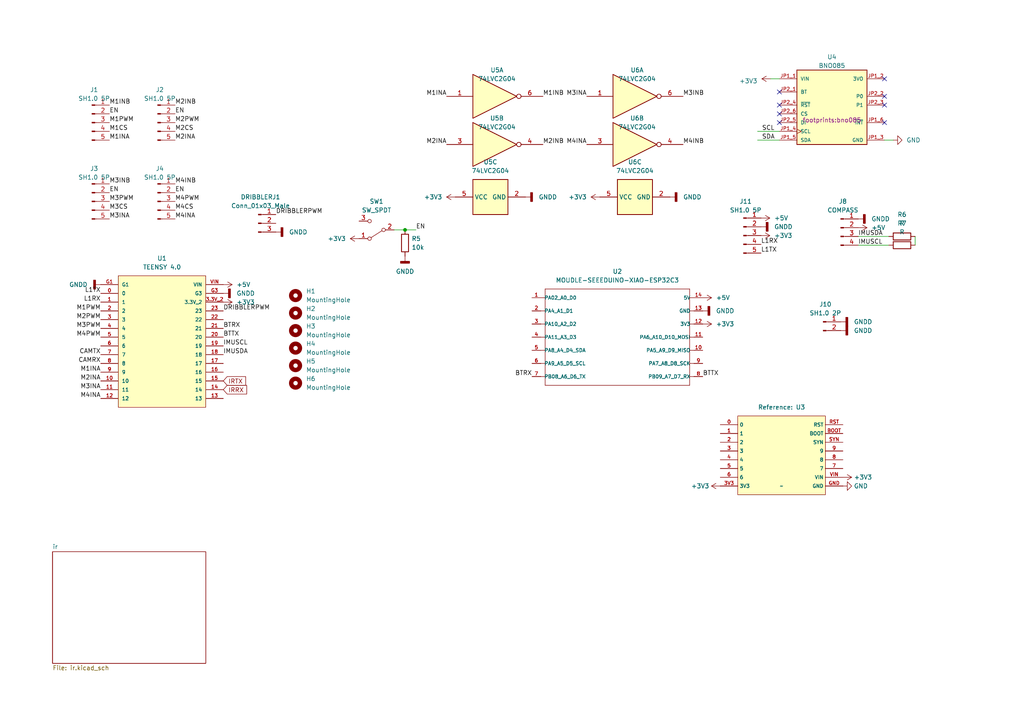
<source format=kicad_sch>
(kicad_sch (version 20230121) (generator eeschema)
  (paper "A4")
  (title_block (title "soccer lightweight layer 3 schematic drawing") (date "2024-01-03") (rev "0.1") (company "ducc. Robotics"))
  (lib_symbols
    (symbol "+3V3_1" (power) (pin_names (offset 0))
      (property "Value" "+3V3_1" (at 0 3.556 0))
      (symbol "+3V3_1_0_1"
        (polyline (pts (xy -0.762 1.27) (xy 0 2.54)))
        (polyline (pts (xy 0 0) (xy 0 2.54)))
        (polyline (pts (xy 0 2.54) (xy 0.762 1.27)))
      )
      (symbol "+3V3_1_1_1"
        (pin power_in line (at 0 0 90) (length 0) hide (name "+3V3") (number "1"))
      )
    )
    (symbol "+3V3_2" (power) (pin_names (offset 0))
      (property "Value" "+3V3_2" (at 0 3.556 0))
      (symbol "+3V3_2_0_1"
        (polyline (pts (xy -0.762 1.27) (xy 0 2.54)))
        (polyline (pts (xy 0 0) (xy 0 2.54)))
        (polyline (pts (xy 0 2.54) (xy 0.762 1.27)))
      )
      (symbol "+3V3_2_1_1"
        (pin power_in line (at 0 0 90) (length 0) hide (name "+3V3") (number "1"))
      )
    )
    (symbol "+3V3_3" (power) (pin_names (offset 0))
      (property "Value" "+3V3_3" (at 0 3.556 0))
      (symbol "+3V3_3_0_1"
        (polyline (pts (xy -0.762 1.27) (xy 0 2.54)))
        (polyline (pts (xy 0 0) (xy 0 2.54)))
        (polyline (pts (xy 0 2.54) (xy 0.762 1.27)))
      )
      (symbol "+3V3_3_1_1"
        (pin power_in line (at 0 0 90) (length 0) hide (name "+3V3") (number "1"))
      )
    )
    (symbol "+3V3_5" (power) (pin_names (offset 0))
      (property "Value" "+3V3_5" (at 0 3.556 0))
      (symbol "+3V3_5_0_1"
        (polyline (pts (xy -0.762 1.27) (xy 0 2.54)))
        (polyline (pts (xy 0 0) (xy 0 2.54)))
        (polyline (pts (xy 0 2.54) (xy 0.762 1.27)))
      )
      (symbol "+3V3_5_1_1"
        (pin power_in line (at 0 0 90) (length 0) hide (name "+3V3") (number "1"))
      )
    )
    (symbol "+5V_2" (power) (pin_names (offset 0))
      (property "Value" "+5V_2" (at 0 3.556 0))
      (symbol "+5V_2_0_1"
        (polyline (pts (xy -0.762 1.27) (xy 0 2.54)))
        (polyline (pts (xy 0 0) (xy 0 2.54)))
        (polyline (pts (xy 0 2.54) (xy 0.762 1.27)))
      )
      (symbol "+5V_2_1_1"
        (pin power_in line (at 0 0 90) (length 0) hide (name "+5V") (number "1"))
      )
    )
    (symbol "+5V_3" (power) (pin_names (offset 0))
      (property "Value" "+5V_3" (at 0 3.556 0))
      (symbol "+5V_3_0_1"
        (polyline (pts (xy -0.762 1.27) (xy 0 2.54)))
        (polyline (pts (xy 0 0) (xy 0 2.54)))
        (polyline (pts (xy 0 2.54) (xy 0.762 1.27)))
      )
      (symbol "+5V_3_1_1"
        (pin power_in line (at 0 0 90) (length 0) hide (name "+5V") (number "1"))
      )
    )
    (symbol "4754:4754" (pin_names (offset 1.016))
      (property "Reference" "U4" (at 0 15.24 0))
      (property "Value" "BNO085" (at 0 12.7 0))
      (symbol "4754_0_0"
        (rectangle (start -10.16 11.43) (end 10.16 -10.16) (stroke (width 0.254)) (fill (type background)))
        (pin input line (at -15.24 8.89 0) (length 5.08) (name "VIN") (number "JP1_1"))
        (pin output line (at 15.24 8.89 180) (length 5.08) (name "3VO") (number "JP1_2"))
        (pin power_in line (at 15.24 -8.89 180) (length 5.08) (name "GND") (number "JP1_3"))
        (pin bidirectional clock (at -15.24 -6.35 0) (length 5.08) (name "SCL") (number "JP1_4"))
        (pin bidirectional line (at -15.24 -8.89 0) (length 5.08) (name "SDA") (number "JP1_5"))
        (pin output line (at 15.24 -3.81 180) (length 5.08) (name "~{INT}") (number "JP1_6"))
        (pin input line (at -15.24 5.08 0) (length 5.08) (name "BT") (number "JP2_1"))
        (pin bidirectional line (at 15.24 3.81 180) (length 5.08) (name "P0") (number "JP2_2"))
        (pin bidirectional line (at 15.24 1.27 180) (length 5.08) (name "P1") (number "JP2_3"))
        (pin input line (at -15.24 1.27 0) (length 5.08) (name "~{RST}") (number "JP2_4"))
        (pin input line (at -15.24 -3.81 0) (length 5.08) (name "DI") (number "JP2_5"))
        (pin input line (at -15.24 -1.27 0) (length 5.08) (name "CS") (number "JP2_6"))
      )
    )
    (symbol "74xGxx:74LVC2G04"
      (property "Reference" "U" (at 0 7.62 0))
      (property "Value" "74LVC2G04" (at 2.54 -7.62 0))
      (symbol "74LVC2G04_1_1"
        (polyline (pts (xy -7.62 6.35) (xy -7.62 -6.35) (xy 5.08 0) (xy -7.62 6.35)) (stroke (width 0.254)) (fill (type background)))
        (pin input line (at -15.24 0 0) (length 7.62) (name "~") (number "1"))
        (pin output inverted (at 12.7 0 180) (length 7.62) (name "~") (number "6"))
      )
      (symbol "74LVC2G04_2_1"
        (polyline (pts (xy -7.62 6.35) (xy -7.62 -6.35) (xy 5.08 0) (xy -7.62 6.35)) (stroke (width 0.254)) (fill (type background)))
        (pin input line (at -15.24 0 0) (length 7.62) (name "~") (number "3"))
        (pin output inverted (at 12.7 0 180) (length 7.62) (name "~") (number "4"))
      )
      (symbol "74LVC2G04_3_0"
        (rectangle (start -5.08 -5.08) (end 5.08 5.08) (stroke (width 0.254)) (fill (type background)))
      )
      (symbol "74LVC2G04_3_1"
        (pin power_in line (at 0 -10.16 90) (length 5.08) (name "GND") (number "2"))
        (pin power_in line (at 0 10.16 270) (length 5.08) (name "VCC") (number "5"))
      )
    )
    (symbol "Connector:Conn_01x02_Pin" (pin_names (offset 1.016) hide)
      (property "Reference" "J" (at 0 2.54 0))
      (property "Value" "Conn_01x02_Pin" (at 0 -5.08 0))
      (symbol "Conn_01x02_Pin_1_1"
        (polyline (pts (xy 1.27 -2.54) (xy 0.8636 -2.54)) (stroke (width 0.1524)))
        (polyline (pts (xy 1.27 0) (xy 0.8636 0)) (stroke (width 0.1524)))
        (rectangle (start 0.8636 -2.413) (end 0 -2.667) (stroke (width 0.1524)) (fill (type outline)))
        (rectangle (start 0.8636 0.127) (end 0 -0.127) (stroke (width 0.1524)) (fill (type outline)))
        (pin passive line (at 5.08 0 180) (length 3.81) (name "Pin_1") (number "1"))
        (pin passive line (at 5.08 -2.54 180) (length 3.81) (name "Pin_2") (number "2"))
      )
    )
    (symbol "Connector:Conn_01x03_Male" (pin_names (offset 1.016) hide)
      (property "Reference" "J" (at 0 5.08 0))
      (property "Value" "Conn_01x03_Male" (at 0 -5.08 0))
      (symbol "Conn_01x03_Male_1_1"
        (polyline (pts (xy 1.27 -2.54) (xy 0.8636 -2.54)) (stroke (width 0.1524)))
        (polyline (pts (xy 1.27 0) (xy 0.8636 0)) (stroke (width 0.1524)))
        (polyline (pts (xy 1.27 2.54) (xy 0.8636 2.54)) (stroke (width 0.1524)))
        (rectangle (start 0.8636 -2.413) (end 0 -2.667) (stroke (width 0.1524)) (fill (type outline)))
        (rectangle (start 0.8636 0.127) (end 0 -0.127) (stroke (width 0.1524)) (fill (type outline)))
        (rectangle (start 0.8636 2.667) (end 0 2.413) (stroke (width 0.1524)) (fill (type outline)))
        (pin passive line (at 5.08 2.54 180) (length 3.81) (name "Pin_1") (number "1"))
        (pin passive line (at 5.08 0 180) (length 3.81) (name "Pin_2") (number "2"))
        (pin passive line (at 5.08 -2.54 180) (length 3.81) (name "Pin_3") (number "3"))
      )
    )
    (symbol "Connector:Conn_01x04_Pin" (pin_names (offset 1.016) hide)
      (property "Reference" "J" (at 0 5.08 0))
      (property "Value" "Conn_01x04_Pin" (at 0 -7.62 0))
      (symbol "Conn_01x04_Pin_1_1"
        (polyline (pts (xy 1.27 -5.08) (xy 0.8636 -5.08)) (stroke (width 0.1524)))
        (polyline (pts (xy 1.27 -2.54) (xy 0.8636 -2.54)) (stroke (width 0.1524)))
        (polyline (pts (xy 1.27 0) (xy 0.8636 0)) (stroke (width 0.1524)))
        (polyline (pts (xy 1.27 2.54) (xy 0.8636 2.54)) (stroke (width 0.1524)))
        (rectangle (start 0.8636 -4.953) (end 0 -5.207) (stroke (width 0.1524)) (fill (type outline)))
        (rectangle (start 0.8636 -2.413) (end 0 -2.667) (stroke (width 0.1524)) (fill (type outline)))
        (rectangle (start 0.8636 0.127) (end 0 -0.127) (stroke (width 0.1524)) (fill (type outline)))
        (rectangle (start 0.8636 2.667) (end 0 2.413) (stroke (width 0.1524)) (fill (type outline)))
        (pin passive line (at 5.08 2.54 180) (length 3.81) (name "Pin_1") (number "1"))
        (pin passive line (at 5.08 0 180) (length 3.81) (name "Pin_2") (number "2"))
        (pin passive line (at 5.08 -2.54 180) (length 3.81) (name "Pin_3") (number "3"))
        (pin passive line (at 5.08 -5.08 180) (length 3.81) (name "Pin_4") (number "4"))
      )
    )
    (symbol "Connector:Conn_01x05_Pin" (pin_names (offset 1.016) hide)
      (property "Reference" "J" (at 0 7.62 0))
      (property "Value" "Conn_01x05_Pin" (at 0 -7.62 0))
      (symbol "Conn_01x05_Pin_1_1"
        (polyline (pts (xy 1.27 -5.08) (xy 0.8636 -5.08)) (stroke (width 0.1524)))
        (polyline (pts (xy 1.27 -2.54) (xy 0.8636 -2.54)) (stroke (width 0.1524)))
        (polyline (pts (xy 1.27 0) (xy 0.8636 0)) (stroke (width 0.1524)))
        (polyline (pts (xy 1.27 2.54) (xy 0.8636 2.54)) (stroke (width 0.1524)))
        (polyline (pts (xy 1.27 5.08) (xy 0.8636 5.08)) (stroke (width 0.1524)))
        (rectangle (start 0.8636 -4.953) (end 0 -5.207) (stroke (width 0.1524)) (fill (type outline)))
        (rectangle (start 0.8636 -2.413) (end 0 -2.667) (stroke (width 0.1524)) (fill (type outline)))
        (rectangle (start 0.8636 0.127) (end 0 -0.127) (stroke (width 0.1524)) (fill (type outline)))
        (rectangle (start 0.8636 2.667) (end 0 2.413) (stroke (width 0.1524)) (fill (type outline)))
        (rectangle (start 0.8636 5.207) (end 0 4.953) (stroke (width 0.1524)) (fill (type outline)))
        (pin passive line (at 5.08 5.08 180) (length 3.81) (name "Pin_1") (number "1"))
        (pin passive line (at 5.08 2.54 180) (length 3.81) (name "Pin_2") (number "2"))
        (pin passive line (at 5.08 0 180) (length 3.81) (name "Pin_3") (number "3"))
        (pin passive line (at 5.08 -2.54 180) (length 3.81) (name "Pin_4") (number "4"))
        (pin passive line (at 5.08 -5.08 180) (length 3.81) (name "Pin_5") (number "5"))
      )
    )
    (symbol "DEV-15583:DEV-15583" (pin_names (offset 1.016))
      (property "Reference" "U" (at -12.7 23.622 0))
      (property "Value" "DEV-15583" (at -12.7 -17.78 0))
      (symbol "DEV-15583_0_0"
        (rectangle (start -12.7 22.86) (end 12.7 -15.24) (stroke (width 0.1524)) (fill (type background)))
        (pin bidirectional line (at -17.78 17.78 0) (length 5.08) (name "0") (number "0"))
        (pin bidirectional line (at -17.78 15.24 0) (length 5.08) (name "1") (number "1"))
        (pin bidirectional line (at -17.78 -7.62 0) (length 5.08) (name "10") (number "10"))
        (pin bidirectional line (at -17.78 -10.16 0) (length 5.08) (name "11") (number "11"))
        (pin bidirectional line (at -17.78 -12.7 0) (length 5.08) (name "12") (number "12"))
        (pin bidirectional line (at 17.78 -12.7 180) (length 5.08) (name "13") (number "13"))
        (pin bidirectional line (at 17.78 -10.16 180) (length 5.08) (name "14") (number "14"))
        (pin bidirectional line (at 17.78 -7.62 180) (length 5.08) (name "15") (number "15"))
        (pin bidirectional line (at 17.78 -5.08 180) (length 5.08) (name "16") (number "16"))
        (pin bidirectional line (at 17.78 -2.54 180) (length 5.08) (name "17") (number "17"))
        (pin bidirectional line (at 17.78 0 180) (length 5.08) (name "18") (number "18"))
        (pin bidirectional line (at 17.78 2.54 180) (length 5.08) (name "19") (number "19"))
        (pin bidirectional line (at -17.78 12.7 0) (length 5.08) (name "2") (number "2"))
        (pin bidirectional line (at 17.78 5.08 180) (length 5.08) (name "20") (number "20"))
        (pin bidirectional line (at 17.78 7.62 180) (length 5.08) (name "21") (number "21"))
        (pin bidirectional line (at 17.78 10.16 180) (length 5.08) (name "22") (number "22"))
        (pin bidirectional line (at 17.78 12.7 180) (length 5.08) (name "23") (number "23"))
        (pin bidirectional line (at -17.78 10.16 0) (length 5.08) (name "3") (number "3"))
        (pin power_in line (at 17.78 15.24 180) (length 5.08) (name "3.3V_2") (number "3.3V_2"))
        (pin bidirectional line (at -17.78 7.62 0) (length 5.08) (name "4") (number "4"))
        (pin bidirectional line (at -17.78 5.08 0) (length 5.08) (name "5") (number "5"))
        (pin bidirectional line (at -17.78 2.54 0) (length 5.08) (name "6") (number "6"))
        (pin bidirectional line (at -17.78 0 0) (length 5.08) (name "7") (number "7"))
        (pin bidirectional line (at -17.78 -2.54 0) (length 5.08) (name "8") (number "8"))
        (pin bidirectional line (at -17.78 -5.08 0) (length 5.08) (name "9") (number "9"))
        (pin power_in line (at -17.78 20.32 0) (length 5.08) (name "G1") (number "G1"))
        (pin power_in line (at 17.78 17.78 180) (length 5.08) (name "G3") (number "G3"))
        (pin power_in line (at 17.78 20.32 180) (length 5.08) (name "VIN") (number "VIN"))
      )
    )
    (symbol "Device:OpenMV_H7_R2"
      (property "Reference" "U" (at 0 12.7 0))
      (symbol "OpenMV_H7_R2_0_0"
        (rectangle (start -12.7 11.43) (end 12.7 -11.43) (stroke (width 0.1524)) (fill (type background)))
      )
      (symbol "OpenMV_H7_R2_1_0"
        (pin power_in line (at -17.78 8.89 0) (length 5.08) (name "0") (number "0"))
        (pin bidirectional line (at -17.78 6.35 0) (length 5.08) (name "1") (number "1"))
        (pin bidirectional line (at -17.78 3.81 0) (length 5.08) (name "2") (number "2"))
        (pin bidirectional line (at -17.78 1.27 0) (length 5.08) (name "3") (number "3"))
        (pin bidirectional line (at -17.78 -8.89 0) (length 5.08) (name "3V3") (number "3V3"))
        (pin bidirectional line (at -17.78 -1.27 0) (length 5.08) (name "4") (number "4"))
        (pin bidirectional line (at -17.78 -3.81 0) (length 5.08) (name "5") (number "5"))
        (pin bidirectional line (at -17.78 -6.35 0) (length 5.08) (name "6") (number "6"))
        (pin bidirectional line (at 17.78 -3.81 180) (length 5.08) (name "7") (number "7"))
        (pin bidirectional line (at 17.78 -1.27 180) (length 5.08) (name "8") (number "8"))
        (pin bidirectional line (at 17.78 1.27 180) (length 5.08) (name "9") (number "9"))
        (pin power_in line (at 17.78 6.35 180) (length 5.08) (name "BOOT") (number "BOOT"))
        (pin bidirectional line (at 17.78 -8.89 180) (length 5.08) (name "GND") (number "GND"))
        (pin power_in line (at 17.78 8.89 180) (length 5.08) (name "RST") (number "RST"))
        (pin power_in line (at 17.78 3.81 180) (length 5.08) (name "SYN") (number "SYN"))
        (pin bidirectional line (at 17.78 -6.35 180) (length 5.08) (name "VIN") (number "VIN"))
      )
    )
    (symbol "Device:R" (pin_numbers hide) (pin_names (offset 0))
      (property "Reference" "R" (at 2.032 0 90))
      (property "Value" "R" (at 0 0 90))
      (symbol "R_0_1"
        (rectangle (start -1.016 -2.54) (end 1.016 2.54) (stroke (width 0.254)))
      )
      (symbol "R_1_1"
        (pin passive line (at 0 3.81 270) (length 1.27) (name "~") (number "1"))
        (pin passive line (at 0 -3.81 90) (length 1.27) (name "~") (number "2"))
      )
    )
    (symbol "MOUDLE-SEEEDUINO-XIAO-ESP32C3:MOUDLE-SEEEDUINO-XIAO-ESP32C3" (pin_names (offset 1.016))
      (property "Reference" "U" (at -21.59 15.24 0))
      (property "Value" "MOUDLE-SEEEDUINO-XIAO-ESP32C3" (at -21.59 13.97 0))
      (symbol "MOUDLE-SEEEDUINO-XIAO-ESP32C3_0_0"
        (polyline (pts (xy -21.59 -13.97) (xy -21.59 0)) (stroke (width 0.1524)))
        (polyline (pts (xy -21.59 -11.43) (xy -22.86 -11.43)) (stroke (width 0.1524)))
        (polyline (pts (xy -21.59 -7.62) (xy -22.86 -7.62)) (stroke (width 0.1524)))
        (polyline (pts (xy -21.59 -3.81) (xy -22.86 -3.81)) (stroke (width 0.1524)))
        (polyline (pts (xy -21.59 0) (xy -22.86 0)) (stroke (width 0.1524)))
        (polyline (pts (xy -21.59 0) (xy -21.59 3.81)) (stroke (width 0.1524)))
        (polyline (pts (xy -21.59 3.81) (xy -22.86 3.81)) (stroke (width 0.1524)))
        (polyline (pts (xy -21.59 3.81) (xy -21.59 7.62)) (stroke (width 0.1524)))
        (polyline (pts (xy -21.59 7.62) (xy -22.86 7.62)) (stroke (width 0.1524)))
        (polyline (pts (xy -21.59 7.62) (xy -21.59 11.43)) (stroke (width 0.1524)))
        (polyline (pts (xy -21.59 11.43) (xy -22.86 11.43)) (stroke (width 0.1524)))
        (polyline (pts (xy -21.59 11.43) (xy -21.59 13.97)) (stroke (width 0.1524)))
        (polyline (pts (xy -21.59 13.97) (xy 20.32 13.97)) (stroke (width 0.1524)))
        (polyline (pts (xy 20.32 -13.97) (xy -21.59 -13.97)) (stroke (width 0.1524)))
        (polyline (pts (xy 20.32 3.81) (xy 20.32 -13.97)) (stroke (width 0.1524)))
        (polyline (pts (xy 20.32 7.62) (xy 20.32 3.81)) (stroke (width 0.1524)))
        (polyline (pts (xy 20.32 11.43) (xy 20.32 7.62)) (stroke (width 0.1524)))
        (polyline (pts (xy 20.32 13.97) (xy 20.32 11.43)) (stroke (width 0.1524)))
        (polyline (pts (xy 21.59 -11.43) (xy 20.32 -11.43)) (stroke (width 0.1524)))
        (polyline (pts (xy 21.59 -7.62) (xy 20.32 -7.62)) (stroke (width 0.1524)))
        (polyline (pts (xy 21.59 -3.81) (xy 20.32 -3.81)) (stroke (width 0.1524)))
        (polyline (pts (xy 21.59 0) (xy 20.32 0)) (stroke (width 0.1524)))
        (polyline (pts (xy 21.59 3.81) (xy 20.32 3.81)) (stroke (width 0.1524)))
        (polyline (pts (xy 21.59 7.62) (xy 20.32 7.62)) (stroke (width 0.1524)))
        (polyline (pts (xy 21.59 11.43) (xy 20.32 11.43)) (stroke (width 0.1524)))
        (pin bidirectional line (at -25.4 11.43 0) (length 2.54) (name "PA02_A0_D0") (number "1"))
        (pin bidirectional line (at 24.13 -3.81 180) (length 2.54) (name "PA5_A9_D9_MISO") (number "10"))
        (pin bidirectional line (at 24.13 0 180) (length 2.54) (name "PA6_A10_D10_MOSI") (number "11"))
        (pin bidirectional line (at 24.13 3.81 180) (length 2.54) (name "3V3") (number "12"))
        (pin bidirectional line (at 24.13 7.62 180) (length 2.54) (name "GND") (number "13"))
        (pin bidirectional line (at 24.13 11.43 180) (length 2.54) (name "5V") (number "14"))
        (pin bidirectional line (at -25.4 7.62 0) (length 2.54) (name "PA4_A1_D1") (number "2"))
        (pin bidirectional line (at -25.4 3.81 0) (length 2.54) (name "PA10_A2_D2") (number "3"))
        (pin bidirectional line (at -25.4 0 0) (length 2.54) (name "PA11_A3_D3") (number "4"))
        (pin bidirectional line (at -25.4 -3.81 0) (length 2.54) (name "PA8_A4_D4_SDA") (number "5"))
        (pin bidirectional line (at -25.4 -7.62 0) (length 2.54) (name "PA9_A5_D5_SCL") (number "6"))
        (pin bidirectional line (at -25.4 -11.43 0) (length 2.54) (name "PB08_A6_D6_TX") (number "7"))
        (pin bidirectional line (at 24.13 -11.43 180) (length 2.54) (name "PB09_A7_D7_RX") (number "8"))
        (pin bidirectional line (at 24.13 -7.62 180) (length 2.54) (name "PA7_A8_D8_SCK") (number "9"))
      )
    )
    (symbol "Mechanical:MountingHole" (pin_names (offset 1.016))
      (property "Reference" "H" (at 0 5.08 0))
      (property "Value" "MountingHole" (at 0 3.175 0))
      (symbol "MountingHole_0_1"
        (circle (center 0 0) (radius 1.27) (stroke (width 1.27)))
      )
    )
    (symbol "Switch:SW_SPDT" (pin_names (offset 0) hide)
      (property "Reference" "SW" (at 0 4.318 0))
      (property "Value" "SW_SPDT" (at 0 -5.08 0))
      (symbol "SW_SPDT_0_0"
        (circle (center -2.032 0) (radius 0.508))
        (circle (center 2.032 -2.54) (radius 0.508))
      )
      (symbol "SW_SPDT_0_1"
        (polyline (pts (xy -1.524 0.254) (xy 1.651 2.286)))
        (circle (center 2.032 2.54) (radius 0.508))
      )
      (symbol "SW_SPDT_1_1"
        (pin passive line (at 5.08 2.54 180) (length 2.54) (name "A") (number "1"))
        (pin passive line (at -5.08 0 0) (length 2.54) (name "B") (number "2"))
        (pin passive line (at 5.08 -2.54 180) (length 2.54) (name "C") (number "3"))
      )
    )
    (symbol "power:+3V3" (power) (pin_names (offset 0))
      (property "Value" "+3V3" (at 0 3.556 0))
      (symbol "+3V3_0_1"
        (polyline (pts (xy -0.762 1.27) (xy 0 2.54)))
        (polyline (pts (xy 0 0) (xy 0 2.54)))
        (polyline (pts (xy 0 2.54) (xy 0.762 1.27)))
      )
      (symbol "+3V3_1_1"
        (pin power_in line (at 0 0 90) (length 0) hide (name "+3V3") (number "1"))
      )
    )
    (symbol "power:+5V" (power) (pin_names (offset 0))
      (property "Value" "+5V" (at 0 3.556 0))
      (symbol "+5V_0_1"
        (polyline (pts (xy -0.762 1.27) (xy 0 2.54)))
        (polyline (pts (xy 0 0) (xy 0 2.54)))
        (polyline (pts (xy 0 2.54) (xy 0.762 1.27)))
      )
      (symbol "+5V_1_1"
        (pin power_in line (at 0 0 90) (length 0) hide (name "+5V") (number "1"))
      )
    )
    (symbol "power:GND" (power) (pin_names (offset 0))
      (property "Value" "GND" (at 0 -3.81 0))
      (symbol "GND_0_1"
        (polyline (pts (xy 0 0) (xy 0 -1.27) (xy 1.27 -1.27) (xy 0 -2.54) (xy -1.27 -1.27) (xy 0 -1.27)))
      )
      (symbol "GND_1_1"
        (pin power_in line (at 0 0 270) (length 0) hide (name "GND") (number "1"))
      )
    )
    (symbol "power:GNDD" (power) (pin_names (offset 0))
      (property "Value" "GNDD" (at 0 -3.175 0))
      (symbol "GNDD_0_1"
        (rectangle (start -1.27 -1.524) (end 1.27 -2.032) (stroke (width 0.254)) (fill (type outline)))
        (polyline (pts (xy 0 0) (xy 0 -1.524)))
      )
      (symbol "GNDD_1_1"
        (pin power_in line (at 0 0 270) (length 0) hide (name "GNDD") (number "1"))
      )
    )
  )
  (junction (at 117.475 66.675))
  (no_connect (at 256.54 27.94))
  (no_connect (at 226.06 33.02))
  (no_connect (at 256.54 35.56))
  (no_connect (at 256.54 30.48))
  (no_connect (at 226.06 26.67))
  (no_connect (at 226.06 30.48))
  (no_connect (at 226.06 35.56))
  (no_connect (at 256.54 22.86))
  (wire (pts (xy 248.92 71.12) (xy 257.81 71.12)))
  (wire (pts (xy 117.475 66.675) (xy 120.65 66.675)))
  (wire (pts (xy 219.71 40.64) (xy 226.06 40.64)))
  (wire (pts (xy 265.43 68.58) (xy 265.43 71.12)))
  (wire (pts (xy 219.71 38.1) (xy 226.06 38.1)))
  (wire (pts (xy 114.3 66.675) (xy 117.475 66.675)))
  (wire (pts (xy 256.54 40.64) (xy 259.08 40.64)))
  (wire (pts (xy 226.06 22.86) (xy 223.52 22.86)))
  (wire (pts (xy 248.92 68.58) (xy 257.81 68.58)))
  (label "M3INA" (at 29.21 113.03 180))
  (label "M2INA" (at 129.54 41.91 180))
  (label "M4INA" (at 29.21 115.57 180))
  (label "M1CS" (at 31.75 38.1 0))
  (label "L1TX" (at 29.21 85.09 180))
  (label "M4INB" (at 198.12 41.91 0))
  (label "M4PWM" (at 29.21 97.79 180))
  (label "M2PWM" (at 29.21 92.71 180))
  (label "M4CS" (at 50.8 60.96 0))
  (label "M2INB" (at 50.8 30.48 0))
  (label "M1INB" (at 157.48 27.94 0))
  (label "SCL" (at 220.98 38.1 0))
  (label "M3INA" (at 170.18 27.94 180))
  (label "M3INB" (at 31.75 53.34 0))
  (label "CAMTX" (at 29.21 102.87 180))
  (label "EN" (at 31.75 33.02 0))
  (label "EN" (at 31.75 55.88 0))
  (label "BTTX" (at 203.835 109.22 0))
  (label "M1PWM" (at 29.21 90.17 180))
  (label "M4PWM" (at 50.8 58.42 0))
  (label "L1RX" (at 29.21 87.63 180))
  (label "M2INB" (at 157.48 41.91 0))
  (label "IMUSDA" (at 248.92 68.58 0))
  (label "M2PWM" (at 50.8 35.56 0))
  (label "M1INA" (at 29.21 107.95 180))
  (label "BTTX" (at 64.77 97.79 0))
  (label "M3INB" (at 198.12 27.94 0))
  (label "M4INB" (at 50.8 53.34 0))
  (label "IMUSCL" (at 64.77 100.33 0))
  (label "M4INA" (at 50.8 63.5 0))
  (label "SDA" (at 220.98 40.64 0))
  (label "DRIBBLERPWM" (at 64.77 90.17 0))
  (label "M3PWM" (at 29.21 95.25 180))
  (label "M3INA" (at 31.75 63.5 0))
  (label "M2CS" (at 50.8 38.1 0))
  (label "CAMRX" (at 29.21 105.41 180))
  (label "M2INA" (at 50.8 40.64 0))
  (label "EN" (at 50.8 55.88 0))
  (label "M4INA" (at 170.18 41.91 180))
  (label "EN" (at 50.8 33.02 0))
  (label "EN" (at 120.65 66.675 0))
  (label "M3CS" (at 31.75 60.96 0))
  (label "M1PWM" (at 31.75 35.56 0))
  (label "M1INB" (at 31.75 30.48 0))
  (label "M1INA" (at 31.75 40.64 0))
  (label "L1TX" (at 220.726 73.406 0))
  (label "M3PWM" (at 31.75 58.42 0))
  (label "DRIBBLERPWM" (at 80.01 62.23 0))
  (label "L1RX" (at 220.726 70.866 0))
  (label "BTRX" (at 64.77 95.25 0))
  (label "IMUSCL" (at 248.92 71.12 0))
  (label "BTRX" (at 154.305 109.22 180))
  (label "M2INA" (at 29.21 110.49 180))
  (label "IMUSDA" (at 64.77 102.87 0))
  (label "M1INA" (at 129.54 27.94 180))
  (global_label "IRTX" (shape input) (at 64.77 110.49 0) (property "Intersheetrefs" "${INTERSHEET_REFS}" (effects hide)))
  (global_label "IRRX" (shape input) (at 64.77 113.03 0) (property "Intersheetrefs" "${INTERSHEET_REFS}" (effects hide)))
  (symbol (lib_id "Mechanical:MountingHole") (at 85.725 85.725 0) (unit 1)
    (property "Reference" "H1" (at 88.773 84.4549 0) (effects (justify left)))
    (property "Value" "MountingHole" (at 88.773 86.9949 0) (effects (justify left)))
    (property "Footprint" "MountingHole:MountingHole_3.2mm_M3_Pad" (effects hide))
  )
  (symbol (lib_id "74xGxx:74LVC2G04") (at 144.78 41.91 0) (unit 2)
    (property "Reference" "U5" (at 144.145 34.29 0))
    (property "Value" "74LVC2G04" (at 144.145 36.83 0))
    (property "Footprint" "Package_TO_SOT_SMD:SOT-23-6" (effects hide))
    (property "Datasheet" "http://www.ti.com/lit/sg/scyt129e/scyt129e.pdf" (effects hide))
  )
  (symbol (lib_id "power:GNDD") (at 152.4 57.15 90) (unit 1)
    (property "Reference" "#PWR025" (effects hide))
    (property "Value" "GNDD" (at 156.21 57.15 90) (effects (justify right)))
  )
  (symbol (lib_id "power:GNDD") (at 220.726 65.786 90) (unit 1)
    (property "Reference" "#PWR023" (effects hide))
    (property "Value" "GNDD" (at 224.536 65.786 90) (effects (justify right)))
  )
  (symbol (lib_name "+5V_3") (lib_id "power:+5V") (at 248.92 66.04 270) (unit 1)
    (property "Reference" "#PWR049" (effects hide))
    (property "Value" "+5V" (at 252.73 66.04 90) (effects (justify left)))
  )
  (symbol (lib_id "Connector:Conn_01x04_Pin") (at 243.84 66.04 0) (unit 1)
    (property "Reference" "J8" (at 244.475 58.42 0))
    (property "Value" "COMPASS" (at 244.475 60.96 0))
    (property "Footprint" "Connector_JST:JST_SH_BM04B-SRSS-TB_1x04-1MP_P1.00mm_Vertical" (effects hide))
  )
  (symbol (lib_id "power:GNDD") (at 243.84 93.345 90) (unit 1)
    (property "Reference" "#PWR017" (effects hide))
    (property "Value" "GNDD" (at 247.65 93.345 90) (effects (justify right)))
  )
  (symbol (lib_id "power:+5V") (at 64.77 82.55 270) (unit 1)
    (property "Reference" "#PWR014" (effects hide))
    (property "Value" "+5V" (at 68.58 82.5499 90) (effects (justify left)))
  )
  (symbol (lib_id "power:GND") (at 259.08 40.64 90) (unit 1)
    (property "Reference" "#PWR087" (effects hide))
    (property "Value" "GND" (at 262.89 40.64 90) (effects (justify right)))
  )
  (symbol (lib_id "74xGxx:74LVC2G04") (at 142.24 57.15 90) (unit 3)
    (property "Reference" "U5" (at 142.24 46.99 90))
    (property "Value" "74LVC2G04" (at 142.24 49.53 90))
    (property "Footprint" "Package_TO_SOT_SMD:SOT-23-6" (effects hide))
    (property "Datasheet" "http://www.ti.com/lit/sg/scyt129e/scyt129e.pdf" (effects hide))
  )
  (symbol (lib_id "power:GNDD") (at 243.84 95.885 90) (unit 1)
    (property "Reference" "#PWR018" (effects hide))
    (property "Value" "GNDD" (at 247.65 95.885 90) (effects (justify right)))
  )
  (symbol (lib_id "Device:R") (at 261.62 68.58 90) (unit 1)
    (property "Reference" "R6" (at 261.62 62.23 90))
    (property "Value" "R" (at 261.62 64.77 90))
    (property "Footprint" "Resistor_SMD:R_0603_1608Metric" (effects hide))
  )
  (symbol (lib_name "+3V3_5") (lib_id "power:+3V3") (at 244.475 138.43 270) (unit 1)
    (property "Reference" "#PWR013" (effects hide))
    (property "Value" "+3V3" (at 247.65 138.43 90) (effects (justify left)))
  )
  (symbol (lib_id "power:GNDD") (at 194.31 57.15 90) (unit 1)
    (property "Reference" "#PWR026" (effects hide))
    (property "Value" "GNDD" (at 198.12 57.15 90) (effects (justify right)))
  )
  (symbol (lib_id "Connector:Conn_01x05_Pin") (at 26.67 35.56 0) (unit 1)
    (property "Reference" "J1" (at 27.305 26.035 0))
    (property "Value" "SH1.0 5P" (at 27.305 28.575 0))
    (property "Footprint" "Connector_JST:JST_SH_SM05B-SRSS-TB_1x05-1MP_P1.00mm_Horizontal" (effects hide))
  )
  (symbol (lib_id "power:GNDD") (at 203.835 90.17 90) (unit 1)
    (property "Reference" "#PWR030" (effects hide))
    (property "Value" "GNDD" (at 207.645 90.17 90) (effects (justify right)))
  )
  (symbol (lib_name "+3V3_1") (lib_id "power:+3V3") (at 132.08 57.15 90) (unit 1)
    (property "Reference" "#PWR028" (effects hide))
    (property "Value" "+3V3" (at 128.27 57.15 90) (effects (justify left)))
  )
  (symbol (lib_id "74xGxx:74LVC2G04") (at 185.42 27.94 0) (unit 1)
    (property "Reference" "U6" (at 184.785 20.32 0))
    (property "Value" "74LVC2G04" (at 184.785 22.86 0))
    (property "Footprint" "Package_TO_SOT_SMD:SOT-23-6" (effects hide))
    (property "Datasheet" "http://www.ti.com/lit/sg/scyt129e/scyt129e.pdf" (effects hide))
  )
  (symbol (lib_id "Device:R") (at 261.62 71.12 90) (unit 1)
    (property "Reference" "R7" (at 261.62 64.77 90))
    (property "Value" "R" (at 261.62 67.31 90))
    (property "Footprint" "Resistor_SMD:R_0603_1608Metric" (effects hide))
  )
  (symbol (lib_id "Mechanical:MountingHole") (at 85.725 90.805 0) (unit 1)
    (property "Reference" "H2" (at 88.773 89.5349 0) (effects (justify left)))
    (property "Value" "MountingHole" (at 88.773 92.0749 0) (effects (justify left)))
    (property "Footprint" "MountingHole:MountingHole_3.2mm_M3_Pad" (effects hide))
  )
  (symbol (lib_id "power:+5V") (at 203.835 86.36 270) (unit 1)
    (property "Reference" "#PWR032" (effects hide))
    (property "Value" "+5V" (at 207.645 86.3599 90) (effects (justify left)))
  )
  (symbol (lib_id "power:GNDD") (at 117.475 74.295 0) (unit 1)
    (property "Reference" "#PWR05" (effects hide))
    (property "Value" "GNDD" (at 117.475 78.74 0))
  )
  (symbol (lib_id "MOUDLE-SEEEDUINO-XIAO-ESP32C3:MOUDLE-SEEEDUINO-XIAO-ESP32C3") (at 179.705 97.79 0) (unit 1)
    (property "Reference" "U2" (at 179.07 78.74 0))
    (property "Value" "MOUDLE-SEEEDUINO-XIAO-ESP32C3" (at 179.07 81.28 0))
    (property "Footprint" "libraries:xiao-esp32c3" (effects hide))
  )
  (symbol (lib_id "Connector:Conn_01x05_Pin") (at 26.67 58.42 0) (unit 1)
    (property "Reference" "J3" (at 27.305 48.895 0))
    (property "Value" "SH1.0 5P" (at 27.305 51.435 0))
    (property "Footprint" "Connector_JST:JST_SH_SM05B-SRSS-TB_1x05-1MP_P1.00mm_Horizontal" (effects hide))
  )
  (symbol (lib_id "power:GNDD") (at 64.77 85.09 90) (unit 1)
    (property "Reference" "#PWR015" (effects hide))
    (property "Value" "GNDD" (at 68.58 85.09 90) (effects (justify right)))
  )
  (symbol (lib_id "DEV-15583:DEV-15583") (at 46.99 102.87 0) (unit 1)
    (property "Reference" "U1" (at 46.99 74.93 0))
    (property "Value" "TEENSY 4.0" (at 46.99 77.47 0))
    (property "Footprint" "libraries:Teensy 4.0" (effects hide))
    (property "MAXIMUM_PACKAGE_HEIGHT" "5.87mm" (effects hide))
    (property "STANDARD" "Manufacturer Recommendations" (effects hide))
    (property "MANUFACTURER" "Sparkfun" (effects hide))
  )
  (symbol (lib_id "Mechanical:MountingHole") (at 85.725 106.045 0) (unit 1)
    (property "Reference" "H5" (at 88.773 104.7749 0) (effects (justify left)))
    (property "Value" "MountingHole" (at 88.773 107.3149 0) (effects (justify left)))
    (property "Footprint" "MountingHole:MountingHole_3.2mm_M3_Pad" (effects hide))
  )
  (symbol (lib_id "power:GNDD") (at 248.92 63.5 90) (unit 1)
    (property "Reference" "#PWR07" (effects hide))
    (property "Value" "GNDD" (at 252.73 63.5 90) (effects (justify right)))
  )
  (symbol (lib_name "+3V3_1") (lib_id "power:+3V3") (at 173.99 57.15 90) (unit 1)
    (property "Reference" "#PWR027" (effects hide))
    (property "Value" "+3V3" (at 170.18 57.15 90) (effects (justify left)))
  )
  (symbol (lib_id "power:GNDD") (at 29.21 82.55 270) (unit 1)
    (property "Reference" "#PWR011" (effects hide))
    (property "Value" "GNDD" (at 25.4 82.55 90) (effects (justify right)))
  )
  (symbol (lib_id "Device:OpenMV_H7_R2") (at 226.695 132.08 0) (unit 1)
    (property "Reference" "U3" (at 226.695 118.11 0) (show_name))
    (property "Value" "~" (at 226.695 140.97 0))
    (property "Footprint" "libraries:OpenMV H7 R2" (effects hide))
  )
  (symbol (lib_name "+5V_2") (lib_id "power:+5V") (at 220.726 63.246 270) (unit 1)
    (property "Reference" "#PWR022" (effects hide))
    (property "Value" "+5V" (at 224.536 63.246 90) (effects (justify left)))
  )
  (symbol (lib_id "Connector:Conn_01x05_Pin") (at 45.72 58.42 0) (unit 1)
    (property "Reference" "J4" (at 46.355 48.895 0))
    (property "Value" "SH1.0 5P" (at 46.355 51.435 0))
    (property "Footprint" "Connector_JST:JST_SH_SM05B-SRSS-TB_1x05-1MP_P1.00mm_Horizontal" (effects hide))
  )
  (symbol (lib_id "power:+3V3") (at 203.835 93.98 270) (unit 1)
    (property "Reference" "#PWR034" (effects hide))
    (property "Value" "+3V3" (at 207.645 93.9801 90) (effects (justify left)))
  )
  (symbol (lib_id "power:+3V3") (at 64.77 87.63 270) (unit 1)
    (property "Reference" "#PWR016" (effects hide))
    (property "Value" "+3V3" (at 68.58 87.6301 90) (effects (justify left)))
  )
  (symbol (lib_id "Mechanical:MountingHole") (at 85.725 100.965 0) (unit 1)
    (property "Reference" "H4" (at 88.773 99.6949 0) (effects (justify left)))
    (property "Value" "MountingHole" (at 88.773 102.2349 0) (effects (justify left)))
    (property "Footprint" "MountingHole:MountingHole_3.2mm_M3_Pad" (effects hide))
  )
  (symbol (lib_id "Connector:Conn_01x02_Pin") (at 238.76 93.345 0) (unit 1)
    (property "Reference" "J10" (at 239.395 88.265 0))
    (property "Value" "SH1.0 2P" (at 239.395 90.805 0))
    (property "Footprint" "Connector_JST:JST_SH_SM02B-SRSS-TB_1x02-1MP_P1.00mm_Horizontal" (effects hide))
  )
  (symbol (lib_id "Device:R") (at 117.475 70.485 180) (unit 1)
    (property "Reference" "R5" (at 119.38 69.215 0) (effects (justify right)))
    (property "Value" "10k" (at 119.38 71.755 0) (effects (justify right)))
    (property "Footprint" "Resistor_SMD:R_0603_1608Metric" (effects hide))
  )
  (symbol (lib_name "+3V3_5") (lib_id "power:+3V3") (at 208.915 140.97 90) (unit 1)
    (property "Reference" "#PWR012" (effects hide))
    (property "Value" "+3V3" (at 205.74 140.97 90) (effects (justify left)))
  )
  (symbol (lib_id "power:+3V3") (at 223.52 22.86 90) (unit 1)
    (property "Reference" "#PWR086" (effects hide))
    (property "Value" "+3V3" (at 219.71 23.495 90) (effects (justify left)))
  )
  (symbol (lib_id "Mechanical:MountingHole") (at 85.725 95.885 0) (unit 1)
    (property "Reference" "H3" (at 88.773 94.6149 0) (effects (justify left)))
    (property "Value" "MountingHole" (at 88.773 97.1549 0) (effects (justify left)))
    (property "Footprint" "MountingHole:MountingHole_3.2mm_M3_Pad" (effects hide))
  )
  (symbol (lib_id "74xGxx:74LVC2G04") (at 144.78 27.94 0) (unit 1)
    (property "Reference" "U5" (at 144.145 20.32 0))
    (property "Value" "74LVC2G04" (at 144.145 22.86 0))
    (property "Footprint" "Package_TO_SOT_SMD:SOT-23-6" (effects hide))
    (property "Datasheet" "http://www.ti.com/lit/sg/scyt129e/scyt129e.pdf" (effects hide))
  )
  (symbol (lib_id "74xGxx:74LVC2G04") (at 185.42 41.91 0) (unit 2)
    (property "Reference" "U6" (at 184.785 34.29 0))
    (property "Value" "74LVC2G04" (at 184.785 36.83 0))
    (property "Footprint" "Package_TO_SOT_SMD:SOT-23-6" (effects hide))
    (property "Datasheet" "http://www.ti.com/lit/sg/scyt129e/scyt129e.pdf" (effects hide))
  )
  (symbol (lib_id "Connector:Conn_01x05_Pin") (at 215.646 68.326 0) (unit 1)
    (property "Reference" "J11" (at 216.281 58.42 0))
    (property "Value" "SH1.0 5P" (at 216.281 60.96 0))
    (property "Footprint" "Connector_JST:JST_SH_SM05B-SRSS-TB_1x05-1MP_P1.00mm_Horizontal" (effects hide))
  )
  (symbol (lib_id "4754:4754") (at 241.3 31.75 0) (unit 1)
    (property "Reference" "U4" (at 241.3 16.51 0))
    (property "Value" "BNO085" (at 241.3 19.05 0))
    (property "Footprint" "footprints:bno085" (at 241.3 35.56 0) (effects (justify bottom)))
    (property "MANUFACTURER" "Adafruit" (effects hide))
    (property "PARTREV" "2021-03-16" (effects hide))
    (property "STANDARD" "Manufacturer Recommendations" (effects hide))
    (property "SNAPEDA_PN" "4754" (effects hide))
    (property "MAXIMUM_PACKAGE_HEIGHT" "4.6mm" (effects hide))
  )
  (symbol (lib_id "Connector:Conn_01x05_Pin") (at 45.72 35.56 0) (unit 1)
    (property "Reference" "J2" (at 46.355 26.035 0))
    (property "Value" "SH1.0 5P" (at 46.355 28.575 0))
    (property "Footprint" "Connector_JST:JST_SH_SM05B-SRSS-TB_1x05-1MP_P1.00mm_Horizontal" (effects hide))
  )
  (symbol (lib_id "Switch:SW_SPDT") (at 109.22 66.675 180) (unit 1)
    (property "Reference" "SW1" (at 109.22 58.42 0))
    (property "Value" "SW_SPDT" (at 109.22 60.96 0))
    (property "Footprint" "Switches:SWITCH_SPDT_PTH_12.7X6.7MM" (effects hide))
  )
  (symbol (lib_id "power:GND") (at 244.475 140.97 90) (unit 1)
    (property "Reference" "#PWR042" (effects hide))
    (property "Value" "GND" (at 247.65 140.97 90) (effects (justify right)))
  )
  (symbol (lib_id "Connector:Conn_01x03_Male") (at 74.93 64.77 0) (unit 1)
    (property "Reference" "DRIBBLERJ1" (at 75.565 57.15 0))
    (property "Value" "Conn_01x03_Male" (at 75.565 59.69 0))
    (property "Footprint" "Connector_PinHeader_2.54mm:PinHeader_1x03_P2.54mm_Vertical" (effects hide))
  )
  (symbol (lib_id "Mechanical:MountingHole") (at 85.725 111.125 0) (unit 1)
    (property "Reference" "H6" (at 88.773 109.8549 0) (effects (justify left)))
    (property "Value" "MountingHole" (at 88.773 112.3949 0) (effects (justify left)))
    (property "Footprint" "MountingHole:MountingHole_3.2mm_M3_Pad" (effects hide))
  )
  (symbol (lib_name "+3V3_2") (lib_id "power:+3V3") (at 104.14 69.215 90) (unit 1)
    (property "Reference" "#PWR09" (effects hide))
    (property "Value" "+3V3" (at 100.33 69.215 90) (effects (justify left)))
  )
  (symbol (lib_id "power:GNDD") (at 80.01 67.31 90) (unit 1)
    (property "Reference" "#PWR06" (effects hide))
    (property "Value" "GNDD" (at 83.82 67.31 90) (effects (justify right)))
  )
  (symbol (lib_id "74xGxx:74LVC2G04") (at 184.15 57.15 90) (unit 3)
    (property "Reference" "U6" (at 184.15 46.99 90))
    (property "Value" "74LVC2G04" (at 184.15 49.53 90))
    (property "Footprint" "Package_TO_SOT_SMD:SOT-23-6" (effects hide))
    (property "Datasheet" "http://www.ti.com/lit/sg/scyt129e/scyt129e.pdf" (effects hide))
  )
  (symbol (lib_name "+3V3_3") (lib_id "power:+3V3") (at 220.726 68.326 270) (unit 1)
    (property "Reference" "#PWR024" (effects hide))
    (property "Value" "+3V3" (at 224.536 68.326 90) (effects (justify left)))
  )
  (sheet (at 15.24 160.02) (size 44.45 32.385) (stroke (width 0.1524))
    (property "Sheetname" "ir" (at 15.24 159.3084 0) (effects (justify left bottom)))
    (property "Sheetfile" "ir.kicad_sch" (at 15.24 192.9896 0) (effects (justify left top)))
  )
)
</source>
